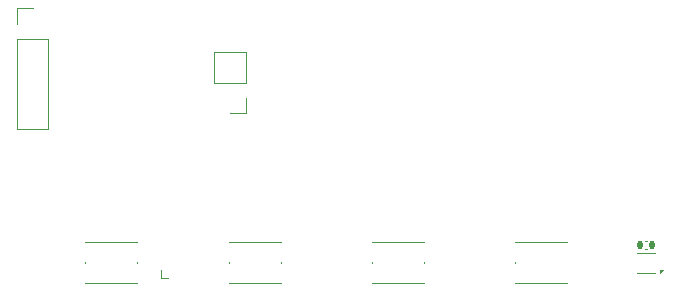
<source format=gbr>
%TF.GenerationSoftware,KiCad,Pcbnew,8.99.0-unknown-7a4b3602b9~181~ubuntu24.04.1*%
%TF.CreationDate,2024-12-15T13:41:54-05:00*%
%TF.ProjectId,nRF54L_ePaper,6e524635-344c-45f6-9550-617065722e6b,rev?*%
%TF.SameCoordinates,Original*%
%TF.FileFunction,Legend,Top*%
%TF.FilePolarity,Positive*%
%FSLAX46Y46*%
G04 Gerber Fmt 4.6, Leading zero omitted, Abs format (unit mm)*
G04 Created by KiCad (PCBNEW 8.99.0-unknown-7a4b3602b9~181~ubuntu24.04.1) date 2024-12-15 13:41:54*
%MOMM*%
%LPD*%
G01*
G04 APERTURE LIST*
G04 Aperture macros list*
%AMRoundRect*
0 Rectangle with rounded corners*
0 $1 Rounding radius*
0 $2 $3 $4 $5 $6 $7 $8 $9 X,Y pos of 4 corners*
0 Add a 4 corners polygon primitive as box body*
4,1,4,$2,$3,$4,$5,$6,$7,$8,$9,$2,$3,0*
0 Add four circle primitives for the rounded corners*
1,1,$1+$1,$2,$3*
1,1,$1+$1,$4,$5*
1,1,$1+$1,$6,$7*
1,1,$1+$1,$8,$9*
0 Add four rect primitives between the rounded corners*
20,1,$1+$1,$2,$3,$4,$5,0*
20,1,$1+$1,$4,$5,$6,$7,0*
20,1,$1+$1,$6,$7,$8,$9,0*
20,1,$1+$1,$8,$9,$2,$3,0*%
G04 Aperture macros list end*
%ADD10C,0.120000*%
%ADD11R,1.050000X0.650000*%
%ADD12RoundRect,0.140000X-0.140000X-0.170000X0.140000X-0.170000X0.140000X0.170000X-0.140000X0.170000X0*%
%ADD13R,0.500000X0.300000*%
%ADD14C,0.990600*%
%ADD15C,0.787400*%
%ADD16O,2.400000X1.800000*%
%ADD17C,0.900000*%
G04 APERTURE END LIST*
D10*
%TO.C,JP2*%
X116970000Y-55505000D02*
X116970000Y-52905000D01*
X119630000Y-52905000D02*
X116970000Y-52905000D01*
X119630000Y-55505000D02*
X116970000Y-55505000D01*
X119630000Y-55505000D02*
X119630000Y-52905000D01*
X119630000Y-56775000D02*
X119630000Y-58105000D01*
X119630000Y-58105000D02*
X118300000Y-58105000D01*
%TO.C,SW3*%
X130343750Y-70800000D02*
X130343750Y-70700000D01*
X130343750Y-72500000D02*
X134743750Y-72500000D01*
X134743750Y-69000000D02*
X130343750Y-69000000D01*
X134743750Y-70800000D02*
X134743750Y-70700000D01*
%TO.C,J1*%
X100270000Y-49170000D02*
X101600000Y-49170000D01*
X100270000Y-50500000D02*
X100270000Y-49170000D01*
X100270000Y-51770000D02*
X100270000Y-59450000D01*
X100270000Y-51770000D02*
X102930000Y-51770000D01*
X100270000Y-59450000D02*
X102930000Y-59450000D01*
X102930000Y-51770000D02*
X102930000Y-59450000D01*
%TO.C,C25*%
X153412164Y-68890000D02*
X153627836Y-68890000D01*
X153412164Y-69610000D02*
X153627836Y-69610000D01*
%TO.C,SW4*%
X142481250Y-70800000D02*
X142481250Y-70700000D01*
X142481250Y-72500000D02*
X146881250Y-72500000D01*
X146881250Y-69000000D02*
X142481250Y-69000000D01*
X146881250Y-70800000D02*
X146881250Y-70700000D01*
%TO.C,SW2*%
X118206250Y-70800000D02*
X118206250Y-70700000D01*
X118206250Y-72500000D02*
X122606250Y-72500000D01*
X122606250Y-69000000D02*
X118206250Y-69000000D01*
X122606250Y-70800000D02*
X122606250Y-70700000D01*
%TO.C,U2*%
X154270000Y-69890000D02*
X152770000Y-69890000D01*
X154270000Y-71610000D02*
X152770000Y-71610000D01*
X154720000Y-71630000D02*
X154720000Y-71350000D01*
X155000000Y-71350000D01*
X154720000Y-71630000D01*
G36*
X154720000Y-71630000D02*
G01*
X154720000Y-71350000D01*
X155000000Y-71350000D01*
X154720000Y-71630000D01*
G37*
%TO.C,SW1*%
X106068750Y-70800000D02*
X106068750Y-70700000D01*
X106068750Y-72500000D02*
X110468750Y-72500000D01*
X110468750Y-69000000D02*
X106068750Y-69000000D01*
X110468750Y-70800000D02*
X110468750Y-70700000D01*
%TO.C,J4*%
X112432500Y-72020000D02*
X112432500Y-71385000D01*
X113067500Y-72020000D02*
X112432500Y-72020000D01*
%TD*%
%LPC*%
D11*
%TO.C,SW3*%
X130468750Y-69675000D03*
X134618750Y-69675000D03*
X130468750Y-71825000D03*
X134593750Y-71825000D03*
%TD*%
D12*
%TO.C,C25*%
X153040000Y-69250000D03*
X154000000Y-69250000D03*
%TD*%
D11*
%TO.C,SW4*%
X142606250Y-69675000D03*
X146756250Y-69675000D03*
X142606250Y-71825000D03*
X146731250Y-71825000D03*
%TD*%
%TO.C,SW2*%
X118331250Y-69675000D03*
X122481250Y-69675000D03*
X118331250Y-71825000D03*
X122456250Y-71825000D03*
%TD*%
D13*
%TO.C,U2*%
X154220000Y-71150000D03*
X154220000Y-70350000D03*
X152820000Y-70350000D03*
X152820000Y-71150000D03*
%TD*%
D11*
%TO.C,SW1*%
X106193750Y-69675000D03*
X110343750Y-69675000D03*
X106193750Y-71825000D03*
X110318750Y-71825000D03*
%TD*%
D14*
%TO.C,J4*%
X111797500Y-70750000D03*
X116877500Y-69734000D03*
X116877500Y-71766000D03*
D15*
X113067500Y-71385000D03*
X113067500Y-70115000D03*
X114337500Y-71385000D03*
X114337500Y-70115000D03*
X115607500Y-71385000D03*
X115607500Y-70115000D03*
%TD*%
D16*
%TO.C,D4*%
X102200000Y-70750000D03*
%TD*%
D17*
%TO.C,SW5*%
X146800000Y-70730000D03*
X143800000Y-70730000D03*
%TD*%
%LPD*%
M02*

</source>
